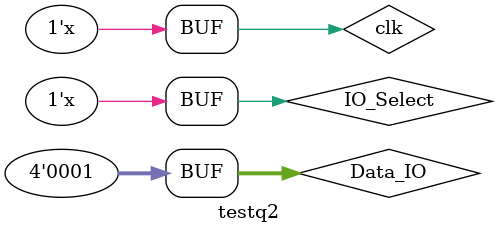
<source format=v>
`timescale 1ns / 1ps


module testq2;

	// Inputs
	reg IO_Select;
	reg clk;

	// Bidirs
	wire [3:0] Data_IO;

	// Instantiate the Unit Under Test (UUT)
	Q1_2 uut (
		.Data_IO(Data_IO), 
		.IO_Select(IO_Select), 
		.clk(clk)
	);

initial begin
		// Initialize Inputs
		IO_Select = 0;
		clk=0;
		Data_IO=4'b1111;
		#100;
		Data_IO=4'b1001;
		#100;
		Data_IO=4'b1011;
		#100
		Data_IO=4'b0000;
		#100;
		Data_IO=4'b1000;
		#100;
		Data_IO=4'b0001;
		#100;
        
		// Add stimulus here

	end
	
      always #10 clk=~clk;
		always #40 IO_Select=~IO_Select;
      
endmodule


</source>
